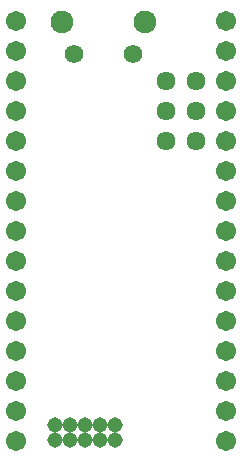
<source format=gbs>
G75*
%MOIN*%
%OFA0B0*%
%FSLAX25Y25*%
%IPPOS*%
%LPD*%
%AMOC8*
5,1,8,0,0,1.08239X$1,22.5*
%
%ADD10C,0.06146*%
%ADD11C,0.07591*%
%ADD12C,0.05162*%
%ADD13C,0.06343*%
%ADD14C,0.06737*%
D10*
X0029357Y0139370D03*
X0049043Y0139370D03*
D11*
X0052980Y0150000D03*
X0025420Y0150000D03*
D12*
X0023200Y0015700D03*
X0023200Y0010700D03*
X0028200Y0010700D03*
X0028200Y0015700D03*
X0033200Y0015700D03*
X0033200Y0010700D03*
X0038200Y0010700D03*
X0038200Y0015700D03*
X0043200Y0015700D03*
X0043200Y0010700D03*
D13*
X0060100Y0110400D03*
X0060100Y0120400D03*
X0060100Y0130400D03*
X0070100Y0130400D03*
X0070100Y0120400D03*
X0070100Y0110400D03*
D14*
X0010100Y0010400D03*
X0010100Y0020400D03*
X0010100Y0030400D03*
X0010100Y0040400D03*
X0010100Y0050400D03*
X0010100Y0060400D03*
X0010100Y0070400D03*
X0010100Y0080400D03*
X0010100Y0090400D03*
X0010100Y0100400D03*
X0010100Y0110400D03*
X0010100Y0120400D03*
X0010100Y0130400D03*
X0010100Y0140400D03*
X0010100Y0150400D03*
X0080100Y0150400D03*
X0080100Y0140400D03*
X0080100Y0130400D03*
X0080100Y0120400D03*
X0080100Y0110400D03*
X0080100Y0100400D03*
X0080100Y0090400D03*
X0080100Y0080400D03*
X0080100Y0070400D03*
X0080100Y0060400D03*
X0080100Y0050400D03*
X0080100Y0040400D03*
X0080100Y0030400D03*
X0080100Y0020400D03*
X0080100Y0010400D03*
M02*

</source>
